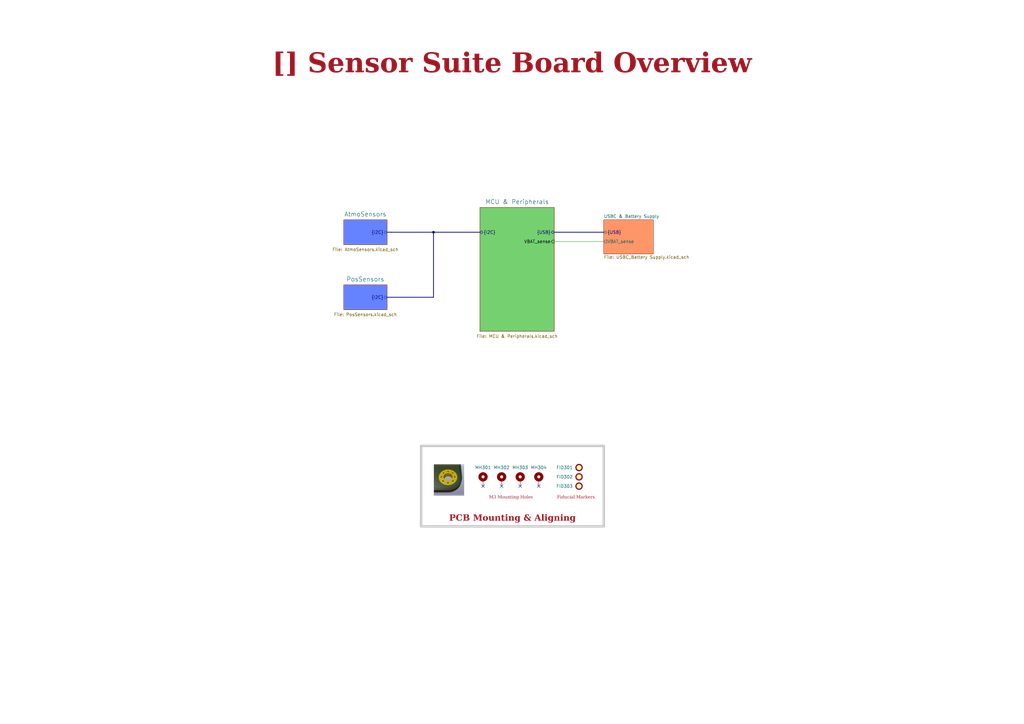
<source format=kicad_sch>
(kicad_sch (version 20250114) (generator "eeschema") (generator_version "9.0")
  (paper "A3")
  (title_block (title "Sensor Suite Board Overview") (date "2026-01-04") (rev "${REVISION}") (company "${COMPANY}") (comment 1 "GRID - mil (1.27mm, 2.54mm)"))
  (lib_symbols
    (symbol "0_Peripherals:Fiducial" (in_bom no)
      (property "Reference" "FID" (at 0 5.08 0))
      (property "Value" "Fiducial" (at 0 3.175 0))
      (symbol "Fiducial_0_1"
        (circle (center 0 0) (radius 1.27) (stroke (width 0.508)) (fill (type background)))
      )
    )
    (symbol "0_Peripherals:MountingHole_Pad" (pin_numbers (hide yes)) (pin_names (offset 1.016) (hide yes)) (in_bom no)
      (property "Reference" "H" (at 0 6.35 0))
      (property "Value" "MountingHole_Pad" (at 0 4.445 0))
      (symbol "MountingHole_Pad_0_1"
        (circle (center 0 1.27) (radius 1.27) (stroke (width 1.27)))
      )
      (symbol "MountingHole_Pad_1_1"
        (pin input line (at 0 -2.54 90) (length 2.54) (name "1") (number "1"))
      )
    )
  )
  (rectangle (start 172.72 182.88) (end 247.65 215.9) (stroke (width 1) (color 200 200 200 1)))
  (text "Fiducial Markers" (at 236.22 204.47 0) (effects (font (size 1.27 1.27))))
  (text "M3 Mounting Holes" (at 209.55 204.47 0) (effects (font (size 1.27 1.27))))
  (text_box "PCB Mounting & Aligning" (at 172.72 206.375 0) (size 74.93 9.525) (margins 1.9049 1.9049 1.9049 1.9049) (stroke (width -0.0001)) (effects (font (size 2.54 2.54) (thickness 0.508) (bold yes)) (justify bottom)))
  (text_box "[${#}] ${TITLE}" (at 12 12 0) (size 396 28.64) (margins 5.9999 5.9999 5.9999 5.9999) (stroke (width -0.0001)) (effects (font (size 8 8) (thickness 1.2) (bold yes))))
  (junction (at 177.8 95.25))
  (no_connect (at 213.36 199.39))
  (no_connect (at 205.74 199.39))
  (no_connect (at 220.98 199.39))
  (no_connect (at 198.12 199.39))
  (bus (pts (xy 227.33 95.25) (xy 247.65 95.25)))
  (bus (pts (xy 158.75 95.25) (xy 177.8 95.25)))
  (bus (pts (xy 177.8 95.25) (xy 196.85 95.25)))
  (bus (pts (xy 158.75 121.92) (xy 177.8 121.92)))
  (bus (pts (xy 177.8 121.92) (xy 177.8 95.25)))
  (wire (pts (xy 227.33 99.06) (xy 247.65 99.06)))
  (image (at 184.15 196.85) (scale 0.400492))
  (symbol (lib_id "0_Peripherals:MountingHole_Pad") (at 213.36 196.85 0) (unit 1) (in_bom no)
    (property "Reference" "MH303" (at 213.36 191.77 0))
    (property "Value" "M3_MountingHole_Pad" (effects (hide yes)))
    (property "Footprint" "0_Mechanical:MountingHole_3.2mm_M3_Pad_Via" (effects (hide yes)))
    (property "Description" "Mounting Hole with connection" (effects (hide yes)))
  )
  (symbol (lib_id "0_Peripherals:Fiducial") (at 237.49 191.77 0) (mirror y) (unit 1) (in_bom no)
    (property "Reference" "FID301" (at 234.95 191.77 0) (effects (justify left)))
    (property "Value" "Fiducial Marker" (effects (hide yes)))
    (property "Footprint" "0_Mechanical:Fiducial_1mm_Mask2mm" (effects (hide yes)))
    (property "Description" "Fiducial Marker" (effects (hide yes)))
  )
  (symbol (lib_id "0_Peripherals:Fiducial") (at 237.49 199.39 0) (mirror y) (unit 1) (in_bom no)
    (property "Reference" "FID303" (at 234.95 199.39 0) (effects (justify left)))
    (property "Value" "Fiducial Marker" (effects (hide yes)))
    (property "Footprint" "0_Mechanical:Fiducial_1mm_Mask2mm" (effects (hide yes)))
    (property "Description" "Fiducial Marker" (effects (hide yes)))
  )
  (symbol (lib_id "0_Peripherals:MountingHole_Pad") (at 220.98 196.85 0) (unit 1) (in_bom no)
    (property "Reference" "MH304" (at 220.98 191.77 0))
    (property "Value" "M3_MountingHole_Pad" (effects (hide yes)))
    (property "Footprint" "0_Mechanical:MountingHole_3.2mm_M3_Pad_Via" (effects (hide yes)))
    (property "Description" "Mounting Hole with connection" (effects (hide yes)))
  )
  (symbol (lib_id "0_Peripherals:MountingHole_Pad") (at 198.12 196.85 0) (unit 1) (in_bom no)
    (property "Reference" "MH301" (at 198.12 191.77 0))
    (property "Value" "M3_MountingHole_Pad" (effects (hide yes)))
    (property "Footprint" "0_Mechanical:MountingHole_3.2mm_M3_Pad_Via" (effects (hide yes)))
    (property "Description" "Mounting Hole with connection" (effects (hide yes)))
  )
  (symbol (lib_id "0_Peripherals:Fiducial") (at 237.49 195.58 0) (mirror y) (unit 1) (in_bom no)
    (property "Reference" "FID302" (at 234.95 195.58 0) (effects (justify left)))
    (property "Value" "Fiducial Marker" (effects (hide yes)))
    (property "Footprint" "0_Mechanical:Fiducial_1mm_Mask2mm" (effects (hide yes)))
    (property "Description" "Fiducial Marker" (effects (hide yes)))
  )
  (symbol (lib_id "0_Peripherals:MountingHole_Pad") (at 205.74 196.85 0) (unit 1) (in_bom no)
    (property "Reference" "MH302" (at 205.74 191.77 0))
    (property "Value" "M3_MountingHole_Pad" (effects (hide yes)))
    (property "Footprint" "0_Mechanical:MountingHole_3.2mm_M3_Pad_Via" (effects (hide yes)))
    (property "Description" "Mounting Hole with connection" (effects (hide yes)))
  )
  (sheet (at 140.97 90.17) (size 17.78 10.16) (stroke (width 0.1524)) (fill (color 101 130 255 1.0000))
    (property "Sheetname" "AtmoSensors" (at 149.86 88.9 0) (effects (font (size 1.8 1.8)) (justify bottom)))
    (property "Sheetfile" "AtmoSensors.kicad_sch" (at 149.86 101.6 0) (effects (justify top)))
    (pin "{I2C}" bidirectional (at 158.75 95.25 0))
  )
  (sheet (at 196.85 85.09) (size 30.48 50.8) (stroke (width 0.1524)) (fill (color 26 179 18 0.6000))
    (property "Sheetname" "MCU & Peripherals" (at 212.09 83.82 0) (effects (font (size 1.8 1.8)) (justify bottom)))
    (property "Sheetfile" "MCU & Peripherals.kicad_sch" (at 212.09 137.16 0) (effects (justify top)))
    (pin "{I2C}" bidirectional (at 196.85 95.25 180))
    (pin "{USB}" bidirectional (at 227.33 95.25 0))
    (pin "VBAT_sense" input (at 227.33 99.06 0))
  )
  (sheet (at 247.65 90.17) (size 20.32 13.97) (stroke (width 0.1524)) (fill (color 255 150 104 1.0000))
    (property "Sheetname" "USBC & Battery Supply" (at 247.65 89.4584 0) (effects (justify left bottom)))
    (property "Sheetfile" "USBC_Battery Supply.kicad_sch" (at 247.65 104.7246 0) (effects (justify left top)))
    (pin "VBAT_sense" output (at 247.65 99.06 180))
    (pin "{USB}" bidirectional (at 247.65 95.25 180))
  )
  (sheet (at 140.97 116.84) (size 17.78 10.16) (stroke (width 0.1524)) (fill (color 101 130 255 1.0000))
    (property "Sheetname" "PosSensors" (at 149.86 115.57 0) (effects (font (size 1.8 1.8)) (justify bottom)))
    (property "Sheetfile" "PosSensors.kicad_sch" (at 149.86 128.27 0) (effects (justify top)))
    (pin "{I2C}" bidirectional (at 158.75 121.92 0))
  )
)
</source>
